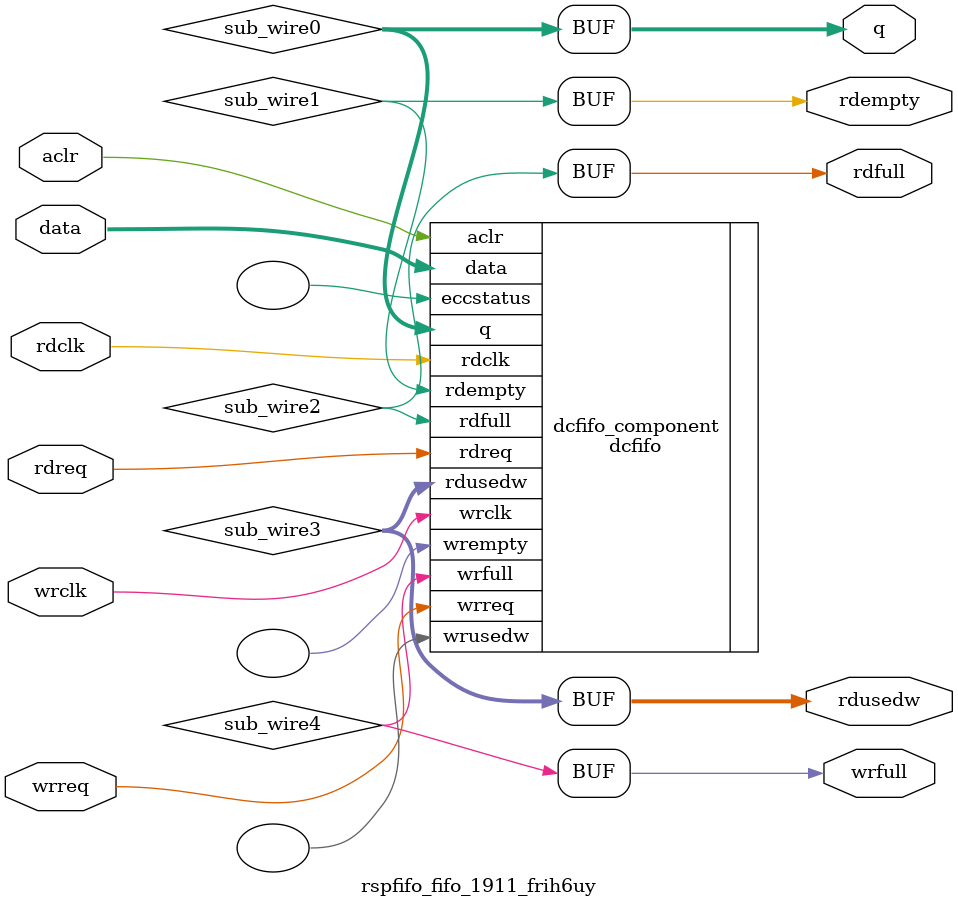
<source format=v>



`timescale 1 ps / 1 ps
// synopsys translate_on
module  rspfifo_fifo_1911_frih6uy  (
    aclr,
    data,
    rdclk,
    rdreq,
    wrclk,
    wrreq,
    q,
    rdempty,
    rdfull,
    rdusedw,
    wrfull);

    input    aclr;
    input  [559:0]  data;
    input    rdclk;
    input    rdreq;
    input    wrclk;
    input    wrreq;
    output [559:0]  q;
    output   rdempty;
    output   rdfull;
    output [5:0]  rdusedw;
    output   wrfull;
`ifndef ALTERA_RESERVED_QIS
// synopsys translate_off
`endif
    tri0     aclr;
`ifndef ALTERA_RESERVED_QIS
// synopsys translate_on
`endif

    wire [559:0] sub_wire0;
    wire  sub_wire1;
    wire  sub_wire2;
    wire [5:0] sub_wire3;
    wire  sub_wire4;
    wire [559:0] q = sub_wire0[559:0];
    wire  rdempty = sub_wire1;
    wire  rdfull = sub_wire2;
    wire [5:0] rdusedw = sub_wire3[5:0];
    wire  wrfull = sub_wire4;

    dcfifo  dcfifo_component (
                .aclr (aclr),
                .data (data),
                .rdclk (rdclk),
                .rdreq (rdreq),
                .wrclk (wrclk),
                .wrreq (wrreq),
                .q (sub_wire0),
                .rdempty (sub_wire1),
                .rdfull (sub_wire2),
                .rdusedw (sub_wire3),
                .wrfull (sub_wire4),
                .eccstatus (),
                .wrempty (),
                .wrusedw ());
    defparam
        dcfifo_component.enable_ecc  = "FALSE",
        dcfifo_component.intended_device_family  = "Agilex",
        dcfifo_component.lpm_hint  = "DISABLE_DCFIFO_EMBEDDED_TIMING_CONSTRAINT=TRUE",
        dcfifo_component.lpm_numwords  = 64,
        dcfifo_component.lpm_showahead  = "ON",
        dcfifo_component.lpm_type  = "dcfifo",
        dcfifo_component.lpm_width  = 560,
        dcfifo_component.lpm_widthu  = 6,
        dcfifo_component.overflow_checking  = "OFF",
        dcfifo_component.rdsync_delaypipe  = 4,
        dcfifo_component.read_aclr_synch  = "ON",
        dcfifo_component.underflow_checking  = "OFF",
        dcfifo_component.use_eab  = "ON",
        dcfifo_component.write_aclr_synch  = "ON",
        dcfifo_component.wrsync_delaypipe  = 4;


endmodule



</source>
